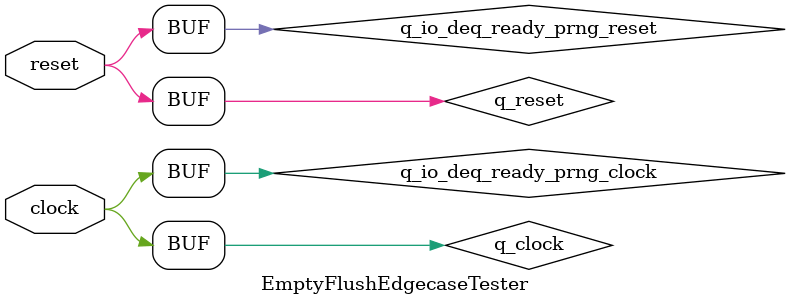
<source format=v>
module Queue(
  input        clock,
  input        reset,
  output       io_enq_ready,
  input        io_enq_valid,
  input  [1:0] io_enq_bits,
  input        io_deq_ready,
  output       io_deq_valid,
  output [1:0] io_deq_bits,
  output [1:0] io_count,
  input        io_flush
);
`ifdef RANDOMIZE_MEM_INIT
  reg [31:0] _RAND_0;
`endif // RANDOMIZE_MEM_INIT
`ifdef RANDOMIZE_REG_INIT
  reg [31:0] _RAND_1;
  reg [31:0] _RAND_2;
  reg [31:0] _RAND_3;
`endif // RANDOMIZE_REG_INIT
  reg [1:0] ram [0:1]; // @[Decoupled.scala 259:95]
  wire  ram_io_deq_bits_MPORT_en; // @[Decoupled.scala 259:95]
  wire  ram_io_deq_bits_MPORT_addr; // @[Decoupled.scala 259:95]
  wire [1:0] ram_io_deq_bits_MPORT_data; // @[Decoupled.scala 259:95]
  wire [1:0] ram_MPORT_data; // @[Decoupled.scala 259:95]
  wire  ram_MPORT_addr; // @[Decoupled.scala 259:95]
  wire  ram_MPORT_mask; // @[Decoupled.scala 259:95]
  wire  ram_MPORT_en; // @[Decoupled.scala 259:95]
  reg  enq_ptr_value; // @[Counter.scala 62:40]
  reg  deq_ptr_value; // @[Counter.scala 62:40]
  reg  maybe_full; // @[Decoupled.scala 262:27]
  wire  ptr_match = enq_ptr_value == deq_ptr_value; // @[Decoupled.scala 263:33]
  wire  empty = ptr_match & ~maybe_full; // @[Decoupled.scala 264:25]
  wire  full = ptr_match & maybe_full; // @[Decoupled.scala 265:24]
  wire  do_enq = io_enq_ready & io_enq_valid; // @[Decoupled.scala 50:35]
  wire  do_deq = io_deq_ready & io_deq_valid; // @[Decoupled.scala 50:35]
  wire  ptr_diff = enq_ptr_value - deq_ptr_value; // @[Decoupled.scala 312:32]
  wire [1:0] _io_count_T_1 = maybe_full & ptr_match ? 2'h2 : 2'h0; // @[Decoupled.scala 315:20]
  wire [1:0] _GEN_11 = {{1'd0}, ptr_diff}; // @[Decoupled.scala 315:62]
  assign ram_io_deq_bits_MPORT_en = 1'h1;
  assign ram_io_deq_bits_MPORT_addr = deq_ptr_value;
  assign ram_io_deq_bits_MPORT_data = ram[ram_io_deq_bits_MPORT_addr]; // @[Decoupled.scala 259:95]
  assign ram_MPORT_data = io_enq_bits;
  assign ram_MPORT_addr = enq_ptr_value;
  assign ram_MPORT_mask = 1'h1;
  assign ram_MPORT_en = io_enq_ready & io_enq_valid;
  assign io_enq_ready = ~full; // @[Decoupled.scala 289:19]
  assign io_deq_valid = ~empty; // @[Decoupled.scala 288:19]
  assign io_deq_bits = ram_io_deq_bits_MPORT_data; // @[Decoupled.scala 296:17]
  assign io_count = _io_count_T_1 | _GEN_11; // @[Decoupled.scala 315:62]
  always @(posedge clock) begin
    if (ram_MPORT_en & ram_MPORT_mask) begin
      ram[ram_MPORT_addr] <= ram_MPORT_data; // @[Decoupled.scala 259:95]
    end
    if (reset) begin // @[Counter.scala 62:40]
      enq_ptr_value <= 1'h0; // @[Counter.scala 62:40]
    end else if (io_flush) begin // @[Decoupled.scala 282:15]
      enq_ptr_value <= 1'h0; // @[Counter.scala 99:11]
    end else if (do_enq) begin // @[Decoupled.scala 272:16]
      enq_ptr_value <= enq_ptr_value + 1'h1; // @[Counter.scala 78:15]
    end
    if (reset) begin // @[Counter.scala 62:40]
      deq_ptr_value <= 1'h0; // @[Counter.scala 62:40]
    end else if (io_flush) begin // @[Decoupled.scala 282:15]
      deq_ptr_value <= 1'h0; // @[Counter.scala 99:11]
    end else if (do_deq) begin // @[Decoupled.scala 276:16]
      deq_ptr_value <= deq_ptr_value + 1'h1; // @[Counter.scala 78:15]
    end
    if (reset) begin // @[Decoupled.scala 262:27]
      maybe_full <= 1'h0; // @[Decoupled.scala 262:27]
    end else if (io_flush) begin // @[Decoupled.scala 282:15]
      maybe_full <= 1'h0; // @[Decoupled.scala 285:16]
    end else if (do_enq != do_deq) begin // @[Decoupled.scala 279:27]
      maybe_full <= do_enq; // @[Decoupled.scala 280:16]
    end
  end
// Register and memory initialization
`ifdef RANDOMIZE_GARBAGE_ASSIGN
`define RANDOMIZE
`endif
`ifdef RANDOMIZE_INVALID_ASSIGN
`define RANDOMIZE
`endif
`ifdef RANDOMIZE_REG_INIT
`define RANDOMIZE
`endif
`ifdef RANDOMIZE_MEM_INIT
`define RANDOMIZE
`endif
`ifndef RANDOM
`define RANDOM $random
`endif
`ifdef RANDOMIZE_MEM_INIT
  integer initvar;
`endif
`ifndef SYNTHESIS
`ifdef FIRRTL_BEFORE_INITIAL
`FIRRTL_BEFORE_INITIAL
`endif
initial begin
  `ifdef RANDOMIZE
    `ifdef INIT_RANDOM
      `INIT_RANDOM
    `endif
    `ifndef VERILATOR
      `ifdef RANDOMIZE_DELAY
        #`RANDOMIZE_DELAY begin end
      `else
        #0.002 begin end
      `endif
    `endif
`ifdef RANDOMIZE_MEM_INIT
  _RAND_0 = {1{`RANDOM}};
  for (initvar = 0; initvar < 2; initvar = initvar+1)
    ram[initvar] = _RAND_0[1:0];
`endif // RANDOMIZE_MEM_INIT
`ifdef RANDOMIZE_REG_INIT
  _RAND_1 = {1{`RANDOM}};
  enq_ptr_value = _RAND_1[0:0];
  _RAND_2 = {1{`RANDOM}};
  deq_ptr_value = _RAND_2[0:0];
  _RAND_3 = {1{`RANDOM}};
  maybe_full = _RAND_3[0:0];
`endif // RANDOMIZE_REG_INIT
  `endif // RANDOMIZE
end // initial
`ifdef FIRRTL_AFTER_INITIAL
`FIRRTL_AFTER_INITIAL
`endif
`endif // SYNTHESIS
endmodule
module MaxPeriodFibonacciLFSR(
  input   clock,
  input   reset,
  output  io_out_0,
  output  io_out_1,
  output  io_out_2,
  output  io_out_3,
  output  io_out_4,
  output  io_out_5,
  output  io_out_6,
  output  io_out_7,
  output  io_out_8,
  output  io_out_9,
  output  io_out_10,
  output  io_out_11,
  output  io_out_12,
  output  io_out_13,
  output  io_out_14,
  output  io_out_15
);
`ifdef RANDOMIZE_REG_INIT
  reg [31:0] _RAND_0;
  reg [31:0] _RAND_1;
  reg [31:0] _RAND_2;
  reg [31:0] _RAND_3;
  reg [31:0] _RAND_4;
  reg [31:0] _RAND_5;
  reg [31:0] _RAND_6;
  reg [31:0] _RAND_7;
  reg [31:0] _RAND_8;
  reg [31:0] _RAND_9;
  reg [31:0] _RAND_10;
  reg [31:0] _RAND_11;
  reg [31:0] _RAND_12;
  reg [31:0] _RAND_13;
  reg [31:0] _RAND_14;
  reg [31:0] _RAND_15;
`endif // RANDOMIZE_REG_INIT
  reg  state_0; // @[PRNG.scala 55:49]
  reg  state_1; // @[PRNG.scala 55:49]
  reg  state_2; // @[PRNG.scala 55:49]
  reg  state_3; // @[PRNG.scala 55:49]
  reg  state_4; // @[PRNG.scala 55:49]
  reg  state_5; // @[PRNG.scala 55:49]
  reg  state_6; // @[PRNG.scala 55:49]
  reg  state_7; // @[PRNG.scala 55:49]
  reg  state_8; // @[PRNG.scala 55:49]
  reg  state_9; // @[PRNG.scala 55:49]
  reg  state_10; // @[PRNG.scala 55:49]
  reg  state_11; // @[PRNG.scala 55:49]
  reg  state_12; // @[PRNG.scala 55:49]
  reg  state_13; // @[PRNG.scala 55:49]
  reg  state_14; // @[PRNG.scala 55:49]
  reg  state_15; // @[PRNG.scala 55:49]
  wire  _T_2 = state_15 ^ state_13 ^ state_12 ^ state_10; // @[LFSR.scala 15:41]
  assign io_out_0 = state_0; // @[PRNG.scala 78:10]
  assign io_out_1 = state_1; // @[PRNG.scala 78:10]
  assign io_out_2 = state_2; // @[PRNG.scala 78:10]
  assign io_out_3 = state_3; // @[PRNG.scala 78:10]
  assign io_out_4 = state_4; // @[PRNG.scala 78:10]
  assign io_out_5 = state_5; // @[PRNG.scala 78:10]
  assign io_out_6 = state_6; // @[PRNG.scala 78:10]
  assign io_out_7 = state_7; // @[PRNG.scala 78:10]
  assign io_out_8 = state_8; // @[PRNG.scala 78:10]
  assign io_out_9 = state_9; // @[PRNG.scala 78:10]
  assign io_out_10 = state_10; // @[PRNG.scala 78:10]
  assign io_out_11 = state_11; // @[PRNG.scala 78:10]
  assign io_out_12 = state_12; // @[PRNG.scala 78:10]
  assign io_out_13 = state_13; // @[PRNG.scala 78:10]
  assign io_out_14 = state_14; // @[PRNG.scala 78:10]
  assign io_out_15 = state_15; // @[PRNG.scala 78:10]
  always @(posedge clock) begin
    state_0 <= reset | _T_2; // @[PRNG.scala 55:{49,49}]
    if (reset) begin // @[PRNG.scala 55:49]
      state_1 <= 1'h0; // @[PRNG.scala 55:49]
    end else begin
      state_1 <= state_0;
    end
    if (reset) begin // @[PRNG.scala 55:49]
      state_2 <= 1'h0; // @[PRNG.scala 55:49]
    end else begin
      state_2 <= state_1;
    end
    if (reset) begin // @[PRNG.scala 55:49]
      state_3 <= 1'h0; // @[PRNG.scala 55:49]
    end else begin
      state_3 <= state_2;
    end
    if (reset) begin // @[PRNG.scala 55:49]
      state_4 <= 1'h0; // @[PRNG.scala 55:49]
    end else begin
      state_4 <= state_3;
    end
    if (reset) begin // @[PRNG.scala 55:49]
      state_5 <= 1'h0; // @[PRNG.scala 55:49]
    end else begin
      state_5 <= state_4;
    end
    if (reset) begin // @[PRNG.scala 55:49]
      state_6 <= 1'h0; // @[PRNG.scala 55:49]
    end else begin
      state_6 <= state_5;
    end
    if (reset) begin // @[PRNG.scala 55:49]
      state_7 <= 1'h0; // @[PRNG.scala 55:49]
    end else begin
      state_7 <= state_6;
    end
    if (reset) begin // @[PRNG.scala 55:49]
      state_8 <= 1'h0; // @[PRNG.scala 55:49]
    end else begin
      state_8 <= state_7;
    end
    if (reset) begin // @[PRNG.scala 55:49]
      state_9 <= 1'h0; // @[PRNG.scala 55:49]
    end else begin
      state_9 <= state_8;
    end
    if (reset) begin // @[PRNG.scala 55:49]
      state_10 <= 1'h0; // @[PRNG.scala 55:49]
    end else begin
      state_10 <= state_9;
    end
    if (reset) begin // @[PRNG.scala 55:49]
      state_11 <= 1'h0; // @[PRNG.scala 55:49]
    end else begin
      state_11 <= state_10;
    end
    if (reset) begin // @[PRNG.scala 55:49]
      state_12 <= 1'h0; // @[PRNG.scala 55:49]
    end else begin
      state_12 <= state_11;
    end
    if (reset) begin // @[PRNG.scala 55:49]
      state_13 <= 1'h0; // @[PRNG.scala 55:49]
    end else begin
      state_13 <= state_12;
    end
    if (reset) begin // @[PRNG.scala 55:49]
      state_14 <= 1'h0; // @[PRNG.scala 55:49]
    end else begin
      state_14 <= state_13;
    end
    if (reset) begin // @[PRNG.scala 55:49]
      state_15 <= 1'h0; // @[PRNG.scala 55:49]
    end else begin
      state_15 <= state_14;
    end
  end
// Register and memory initialization
`ifdef RANDOMIZE_GARBAGE_ASSIGN
`define RANDOMIZE
`endif
`ifdef RANDOMIZE_INVALID_ASSIGN
`define RANDOMIZE
`endif
`ifdef RANDOMIZE_REG_INIT
`define RANDOMIZE
`endif
`ifdef RANDOMIZE_MEM_INIT
`define RANDOMIZE
`endif
`ifndef RANDOM
`define RANDOM $random
`endif
`ifdef RANDOMIZE_MEM_INIT
  integer initvar;
`endif
`ifndef SYNTHESIS
`ifdef FIRRTL_BEFORE_INITIAL
`FIRRTL_BEFORE_INITIAL
`endif
initial begin
  `ifdef RANDOMIZE
    `ifdef INIT_RANDOM
      `INIT_RANDOM
    `endif
    `ifndef VERILATOR
      `ifdef RANDOMIZE_DELAY
        #`RANDOMIZE_DELAY begin end
      `else
        #0.002 begin end
      `endif
    `endif
`ifdef RANDOMIZE_REG_INIT
  _RAND_0 = {1{`RANDOM}};
  state_0 = _RAND_0[0:0];
  _RAND_1 = {1{`RANDOM}};
  state_1 = _RAND_1[0:0];
  _RAND_2 = {1{`RANDOM}};
  state_2 = _RAND_2[0:0];
  _RAND_3 = {1{`RANDOM}};
  state_3 = _RAND_3[0:0];
  _RAND_4 = {1{`RANDOM}};
  state_4 = _RAND_4[0:0];
  _RAND_5 = {1{`RANDOM}};
  state_5 = _RAND_5[0:0];
  _RAND_6 = {1{`RANDOM}};
  state_6 = _RAND_6[0:0];
  _RAND_7 = {1{`RANDOM}};
  state_7 = _RAND_7[0:0];
  _RAND_8 = {1{`RANDOM}};
  state_8 = _RAND_8[0:0];
  _RAND_9 = {1{`RANDOM}};
  state_9 = _RAND_9[0:0];
  _RAND_10 = {1{`RANDOM}};
  state_10 = _RAND_10[0:0];
  _RAND_11 = {1{`RANDOM}};
  state_11 = _RAND_11[0:0];
  _RAND_12 = {1{`RANDOM}};
  state_12 = _RAND_12[0:0];
  _RAND_13 = {1{`RANDOM}};
  state_13 = _RAND_13[0:0];
  _RAND_14 = {1{`RANDOM}};
  state_14 = _RAND_14[0:0];
  _RAND_15 = {1{`RANDOM}};
  state_15 = _RAND_15[0:0];
`endif // RANDOMIZE_REG_INIT
  `endif // RANDOMIZE
end // initial
`ifdef FIRRTL_AFTER_INITIAL
`FIRRTL_AFTER_INITIAL
`endif
`endif // SYNTHESIS
endmodule
module EmptyFlushEdgecaseTester(
  input   clock,
  input   reset
);
`ifdef RANDOMIZE_REG_INIT
  reg [31:0] _RAND_0;
  reg [31:0] _RAND_1;
  reg [31:0] _RAND_2;
  reg [31:0] _RAND_3;
`endif // RANDOMIZE_REG_INIT
  wire  q_clock; // @[QueueFlushSpec.scala 42:17]
  wire  q_reset; // @[QueueFlushSpec.scala 42:17]
  wire  q_io_enq_ready; // @[QueueFlushSpec.scala 42:17]
  wire  q_io_enq_valid; // @[QueueFlushSpec.scala 42:17]
  wire [1:0] q_io_enq_bits; // @[QueueFlushSpec.scala 42:17]
  wire  q_io_deq_ready; // @[QueueFlushSpec.scala 42:17]
  wire  q_io_deq_valid; // @[QueueFlushSpec.scala 42:17]
  wire [1:0] q_io_deq_bits; // @[QueueFlushSpec.scala 42:17]
  wire [1:0] q_io_count; // @[QueueFlushSpec.scala 42:17]
  wire  q_io_flush; // @[QueueFlushSpec.scala 42:17]
  wire  q_io_deq_ready_prng_clock; // @[PRNG.scala 91:22]
  wire  q_io_deq_ready_prng_reset; // @[PRNG.scala 91:22]
  wire  q_io_deq_ready_prng_io_out_0; // @[PRNG.scala 91:22]
  wire  q_io_deq_ready_prng_io_out_1; // @[PRNG.scala 91:22]
  wire  q_io_deq_ready_prng_io_out_2; // @[PRNG.scala 91:22]
  wire  q_io_deq_ready_prng_io_out_3; // @[PRNG.scala 91:22]
  wire  q_io_deq_ready_prng_io_out_4; // @[PRNG.scala 91:22]
  wire  q_io_deq_ready_prng_io_out_5; // @[PRNG.scala 91:22]
  wire  q_io_deq_ready_prng_io_out_6; // @[PRNG.scala 91:22]
  wire  q_io_deq_ready_prng_io_out_7; // @[PRNG.scala 91:22]
  wire  q_io_deq_ready_prng_io_out_8; // @[PRNG.scala 91:22]
  wire  q_io_deq_ready_prng_io_out_9; // @[PRNG.scala 91:22]
  wire  q_io_deq_ready_prng_io_out_10; // @[PRNG.scala 91:22]
  wire  q_io_deq_ready_prng_io_out_11; // @[PRNG.scala 91:22]
  wire  q_io_deq_ready_prng_io_out_12; // @[PRNG.scala 91:22]
  wire  q_io_deq_ready_prng_io_out_13; // @[PRNG.scala 91:22]
  wire  q_io_deq_ready_prng_io_out_14; // @[PRNG.scala 91:22]
  wire  q_io_deq_ready_prng_io_out_15; // @[PRNG.scala 91:22]
  reg [4:0] value; // @[Counter.scala 62:40]
  reg [4:0] outCnt; // @[QueueFlushSpec.scala 45:23]
  reg  flushRegister; // @[QueueFlushSpec.scala 49:30]
  wire  _q_io_enq_valid_T = value < 5'h14; // @[QueueFlushSpec.scala 51:34]
  wire [7:0] q_io_deq_ready_lo = {q_io_deq_ready_prng_io_out_7,q_io_deq_ready_prng_io_out_6,q_io_deq_ready_prng_io_out_5
    ,q_io_deq_ready_prng_io_out_4,q_io_deq_ready_prng_io_out_3,q_io_deq_ready_prng_io_out_2,q_io_deq_ready_prng_io_out_1
    ,q_io_deq_ready_prng_io_out_0}; // @[PRNG.scala 95:17]
  wire [15:0] _q_io_deq_ready_T = {q_io_deq_ready_prng_io_out_15,q_io_deq_ready_prng_io_out_14,
    q_io_deq_ready_prng_io_out_13,q_io_deq_ready_prng_io_out_12,q_io_deq_ready_prng_io_out_11,
    q_io_deq_ready_prng_io_out_10,q_io_deq_ready_prng_io_out_9,q_io_deq_ready_prng_io_out_8,q_io_deq_ready_lo}; // @[PRNG.scala 95:17]
  wire [1:0] _GEN_1 = 5'h1 == value ? 2'h0 : 2'h3; // @[QueueFlushSpec.scala 54:{17,17}]
  wire [1:0] _GEN_2 = 5'h2 == value ? 2'h0 : _GEN_1; // @[QueueFlushSpec.scala 54:{17,17}]
  wire [1:0] _GEN_3 = 5'h3 == value ? 2'h1 : _GEN_2; // @[QueueFlushSpec.scala 54:{17,17}]
  wire [1:0] _GEN_4 = 5'h4 == value ? 2'h1 : _GEN_3; // @[QueueFlushSpec.scala 54:{17,17}]
  wire [1:0] _GEN_5 = 5'h5 == value ? 2'h1 : _GEN_4; // @[QueueFlushSpec.scala 54:{17,17}]
  wire [1:0] _GEN_6 = 5'h6 == value ? 2'h0 : _GEN_5; // @[QueueFlushSpec.scala 54:{17,17}]
  wire [1:0] _GEN_7 = 5'h7 == value ? 2'h3 : _GEN_6; // @[QueueFlushSpec.scala 54:{17,17}]
  wire [1:0] _GEN_8 = 5'h8 == value ? 2'h0 : _GEN_7; // @[QueueFlushSpec.scala 54:{17,17}]
  wire [1:0] _GEN_9 = 5'h9 == value ? 2'h1 : _GEN_8; // @[QueueFlushSpec.scala 54:{17,17}]
  wire [1:0] _GEN_10 = 5'ha == value ? 2'h0 : _GEN_9; // @[QueueFlushSpec.scala 54:{17,17}]
  wire [1:0] _GEN_11 = 5'hb == value ? 2'h1 : _GEN_10; // @[QueueFlushSpec.scala 54:{17,17}]
  wire [1:0] _GEN_12 = 5'hc == value ? 2'h0 : _GEN_11; // @[QueueFlushSpec.scala 54:{17,17}]
  wire [1:0] _GEN_13 = 5'hd == value ? 2'h0 : _GEN_12; // @[QueueFlushSpec.scala 54:{17,17}]
  wire [1:0] _GEN_14 = 5'he == value ? 2'h0 : _GEN_13; // @[QueueFlushSpec.scala 54:{17,17}]
  wire [1:0] _GEN_15 = 5'hf == value ? 2'h0 : _GEN_14; // @[QueueFlushSpec.scala 54:{17,17}]
  wire [1:0] _GEN_16 = 5'h10 == value ? 2'h3 : _GEN_15; // @[QueueFlushSpec.scala 54:{17,17}]
  wire [1:0] _GEN_17 = 5'h11 == value ? 2'h0 : _GEN_16; // @[QueueFlushSpec.scala 54:{17,17}]
  wire [1:0] _GEN_18 = 5'h12 == value ? 2'h3 : _GEN_17; // @[QueueFlushSpec.scala 54:{17,17}]
  wire  _T = q_io_enq_ready & q_io_enq_valid; // @[Decoupled.scala 50:35]
  wire  wrap = value == 5'h14; // @[Counter.scala 74:24]
  wire [4:0] _value_T_1 = value + 5'h1; // @[Counter.scala 78:24]
  wire  _T_1 = q_io_deq_ready & q_io_deq_valid; // @[Decoupled.scala 50:35]
  wire  _T_4 = ~reset; // @[QueueFlushSpec.scala 60:11]
  reg [4:0] value_1; // @[Counter.scala 62:40]
  wire  wrap_1 = value_1 == 5'h14; // @[Counter.scala 74:24]
  wire [4:0] _value_T_3 = value_1 + 5'h1; // @[Counter.scala 78:24]
  wire  flush = value_1 == 5'h0 & value == 5'h0; // @[QueueFlushSpec.scala 119:40]
  wire [1:0] _GEN_25 = 5'h1 == outCnt ? 2'h0 : 2'h3; // @[QueueFlushSpec.scala 123:{26,26}]
  wire [1:0] _GEN_26 = 5'h2 == outCnt ? 2'h0 : _GEN_25; // @[QueueFlushSpec.scala 123:{26,26}]
  wire [1:0] _GEN_27 = 5'h3 == outCnt ? 2'h1 : _GEN_26; // @[QueueFlushSpec.scala 123:{26,26}]
  wire [1:0] _GEN_28 = 5'h4 == outCnt ? 2'h1 : _GEN_27; // @[QueueFlushSpec.scala 123:{26,26}]
  wire [1:0] _GEN_29 = 5'h5 == outCnt ? 2'h1 : _GEN_28; // @[QueueFlushSpec.scala 123:{26,26}]
  wire [1:0] _GEN_30 = 5'h6 == outCnt ? 2'h0 : _GEN_29; // @[QueueFlushSpec.scala 123:{26,26}]
  wire [1:0] _GEN_31 = 5'h7 == outCnt ? 2'h3 : _GEN_30; // @[QueueFlushSpec.scala 123:{26,26}]
  wire [1:0] _GEN_32 = 5'h8 == outCnt ? 2'h0 : _GEN_31; // @[QueueFlushSpec.scala 123:{26,26}]
  wire [1:0] _GEN_33 = 5'h9 == outCnt ? 2'h1 : _GEN_32; // @[QueueFlushSpec.scala 123:{26,26}]
  wire [1:0] _GEN_34 = 5'ha == outCnt ? 2'h0 : _GEN_33; // @[QueueFlushSpec.scala 123:{26,26}]
  wire [1:0] _GEN_35 = 5'hb == outCnt ? 2'h1 : _GEN_34; // @[QueueFlushSpec.scala 123:{26,26}]
  wire [1:0] _GEN_36 = 5'hc == outCnt ? 2'h0 : _GEN_35; // @[QueueFlushSpec.scala 123:{26,26}]
  wire [1:0] _GEN_37 = 5'hd == outCnt ? 2'h0 : _GEN_36; // @[QueueFlushSpec.scala 123:{26,26}]
  wire [1:0] _GEN_38 = 5'he == outCnt ? 2'h0 : _GEN_37; // @[QueueFlushSpec.scala 123:{26,26}]
  wire [1:0] _GEN_39 = 5'hf == outCnt ? 2'h0 : _GEN_38; // @[QueueFlushSpec.scala 123:{26,26}]
  wire [1:0] _GEN_40 = 5'h10 == outCnt ? 2'h3 : _GEN_39; // @[QueueFlushSpec.scala 123:{26,26}]
  wire [1:0] _GEN_41 = 5'h11 == outCnt ? 2'h0 : _GEN_40; // @[QueueFlushSpec.scala 123:{26,26}]
  wire [1:0] _GEN_42 = 5'h12 == outCnt ? 2'h3 : _GEN_41; // @[QueueFlushSpec.scala 123:{26,26}]
  wire [1:0] _GEN_43 = 5'h13 == outCnt ? 2'h2 : _GEN_42; // @[QueueFlushSpec.scala 123:{26,26}]
  wire [4:0] _outCnt_T_1 = outCnt + 5'h1; // @[QueueFlushSpec.scala 124:22]
  wire  _GEN_45 = _T_1 & ~reset; // @[QueueFlushSpec.scala 60:11]
  wire  _GEN_48 = flushRegister & _T_4; // @[QueueFlushSpec.scala 64:11]
  Queue q ( // @[QueueFlushSpec.scala 42:17]
    .clock(q_clock),
    .reset(q_reset),
    .io_enq_ready(q_io_enq_ready),
    .io_enq_valid(q_io_enq_valid),
    .io_enq_bits(q_io_enq_bits),
    .io_deq_ready(q_io_deq_ready),
    .io_deq_valid(q_io_deq_valid),
    .io_deq_bits(q_io_deq_bits),
    .io_count(q_io_count),
    .io_flush(q_io_flush)
  );
  MaxPeriodFibonacciLFSR q_io_deq_ready_prng ( // @[PRNG.scala 91:22]
    .clock(q_io_deq_ready_prng_clock),
    .reset(q_io_deq_ready_prng_reset),
    .io_out_0(q_io_deq_ready_prng_io_out_0),
    .io_out_1(q_io_deq_ready_prng_io_out_1),
    .io_out_2(q_io_deq_ready_prng_io_out_2),
    .io_out_3(q_io_deq_ready_prng_io_out_3),
    .io_out_4(q_io_deq_ready_prng_io_out_4),
    .io_out_5(q_io_deq_ready_prng_io_out_5),
    .io_out_6(q_io_deq_ready_prng_io_out_6),
    .io_out_7(q_io_deq_ready_prng_io_out_7),
    .io_out_8(q_io_deq_ready_prng_io_out_8),
    .io_out_9(q_io_deq_ready_prng_io_out_9),
    .io_out_10(q_io_deq_ready_prng_io_out_10),
    .io_out_11(q_io_deq_ready_prng_io_out_11),
    .io_out_12(q_io_deq_ready_prng_io_out_12),
    .io_out_13(q_io_deq_ready_prng_io_out_13),
    .io_out_14(q_io_deq_ready_prng_io_out_14),
    .io_out_15(q_io_deq_ready_prng_io_out_15)
  );
  assign q_clock = clock;
  assign q_reset = reset;
  assign q_io_enq_valid = _q_io_enq_valid_T & ~flush; // @[QueueFlushSpec.scala 120:55]
  assign q_io_enq_bits = 5'h13 == value ? 2'h2 : _GEN_18; // @[QueueFlushSpec.scala 54:{17,17}]
  assign q_io_deq_ready = _q_io_deq_ready_T[3]; // @[QueueFlushSpec.scala 52:29]
  assign q_io_flush = value_1 == 5'h0 & value == 5'h0; // @[QueueFlushSpec.scala 119:40]
  assign q_io_deq_ready_prng_clock = clock;
  assign q_io_deq_ready_prng_reset = reset;
  always @(posedge clock) begin
    if (reset) begin // @[Counter.scala 62:40]
      value <= 5'h0; // @[Counter.scala 62:40]
    end else if (_T) begin // @[QueueFlushSpec.scala 55:23]
      if (wrap) begin // @[Counter.scala 88:20]
        value <= 5'h0; // @[Counter.scala 88:28]
      end else begin
        value <= _value_T_1; // @[Counter.scala 78:15]
      end
    end
    if (reset) begin // @[QueueFlushSpec.scala 45:23]
      outCnt <= 5'h0; // @[QueueFlushSpec.scala 45:23]
    end else if (_T_1) begin // @[QueueFlushSpec.scala 122:23]
      outCnt <= _outCnt_T_1; // @[QueueFlushSpec.scala 124:12]
    end
    if (reset) begin // @[QueueFlushSpec.scala 49:30]
      flushRegister <= 1'h0; // @[QueueFlushSpec.scala 49:30]
    end else begin
      flushRegister <= flush; // @[QueueFlushSpec.scala 49:30]
    end
    if (reset) begin // @[Counter.scala 62:40]
      value_1 <= 5'h0; // @[Counter.scala 62:40]
    end else if (wrap_1) begin // @[Counter.scala 88:20]
      value_1 <= 5'h0; // @[Counter.scala 88:28]
    end else begin
      value_1 <= _value_T_3; // @[Counter.scala 78:15]
    end
    `ifndef SYNTHESIS
    `ifdef STOP_COND
      if (`STOP_COND) begin
    `endif
        if (_T_1 & ~reset & ~(~flushRegister)) begin
          $fatal; // @[QueueFlushSpec.scala 60:11]
        end
    `ifdef STOP_COND
      end
    `endif
    `endif // SYNTHESIS
    `ifndef SYNTHESIS
    `ifdef PRINTF_COND
      if (`PRINTF_COND) begin
    `endif
        if (_T_1 & ~reset & ~(~flushRegister)) begin
          $fwrite(32'h80000002,
            "Assertion failed\n    at QueueFlushSpec.scala:60 assert(flushRegister === false.B) //check queue isn't flushed (can't dequeue an empty queue)\n"
            ); // @[QueueFlushSpec.scala 60:11]
        end
    `ifdef PRINTF_COND
      end
    `endif
    `endif // SYNTHESIS
    `ifndef SYNTHESIS
    `ifdef STOP_COND
      if (`STOP_COND) begin
    `endif
        if (flushRegister & _T_4 & ~(q_io_count == 2'h0)) begin
          $fatal; // @[QueueFlushSpec.scala 64:11]
        end
    `ifdef STOP_COND
      end
    `endif
    `endif // SYNTHESIS
    `ifndef SYNTHESIS
    `ifdef PRINTF_COND
      if (`PRINTF_COND) begin
    `endif
        if (flushRegister & _T_4 & ~(q_io_count == 2'h0)) begin
          $fwrite(32'h80000002,"Assertion failed\n    at QueueFlushSpec.scala:64 assert(q.io.count === 0.U)\n"); // @[QueueFlushSpec.scala 64:11]
        end
    `ifdef PRINTF_COND
      end
    `endif
    `endif // SYNTHESIS
    `ifndef SYNTHESIS
    `ifdef STOP_COND
      if (`STOP_COND) begin
    `endif
        if (_GEN_48 & ~(~q_io_deq_valid)) begin
          $fatal; // @[QueueFlushSpec.scala 65:11]
        end
    `ifdef STOP_COND
      end
    `endif
    `endif // SYNTHESIS
    `ifndef SYNTHESIS
    `ifdef PRINTF_COND
      if (`PRINTF_COND) begin
    `endif
        if (_GEN_48 & ~(~q_io_deq_valid)) begin
          $fwrite(32'h80000002,
            "Assertion failed: Expected to not be able to dequeue when flush is asserted the previous cycle\n    at QueueFlushSpec.scala:65 assert(!q.io.deq.valid, \"Expected to not be able to dequeue when flush is asserted the previous cycle\")\n"
            ); // @[QueueFlushSpec.scala 65:11]
        end
    `ifdef PRINTF_COND
      end
    `endif
    `endif // SYNTHESIS
    `ifndef SYNTHESIS
    `ifdef STOP_COND
      if (`STOP_COND) begin
    `endif
        if (_GEN_48 & ~q_io_enq_ready) begin
          $fatal; // @[QueueFlushSpec.scala 66:11]
        end
    `ifdef STOP_COND
      end
    `endif
    `endif // SYNTHESIS
    `ifndef SYNTHESIS
    `ifdef PRINTF_COND
      if (`PRINTF_COND) begin
    `endif
        if (_GEN_48 & ~q_io_enq_ready) begin
          $fwrite(32'h80000002,
            "Assertion failed: Expected enqueue to be ready when flush was asserted the previous cycle because queue should be empty\n    at QueueFlushSpec.scala:66 assert(\n"
            ); // @[QueueFlushSpec.scala 66:11]
        end
    `ifdef PRINTF_COND
      end
    `endif
    `endif // SYNTHESIS
    `ifndef SYNTHESIS
    `ifdef STOP_COND
      if (`STOP_COND) begin
    `endif
        if (wrap & _T_4) begin
          $finish; // @[QueueFlushSpec.scala 72:9]
        end
    `ifdef STOP_COND
      end
    `endif
    `endif // SYNTHESIS
    `ifndef SYNTHESIS
    `ifdef STOP_COND
      if (`STOP_COND) begin
    `endif
        if (_GEN_45 & ~(_GEN_43 == q_io_deq_bits)) begin
          $fatal; // @[QueueFlushSpec.scala 123:11]
        end
    `ifdef STOP_COND
      end
    `endif
    `endif // SYNTHESIS
    `ifndef SYNTHESIS
    `ifdef PRINTF_COND
      if (`PRINTF_COND) begin
    `endif
        if (_GEN_45 & ~(_GEN_43 == q_io_deq_bits)) begin
          $fwrite(32'h80000002,
            "Assertion failed\n    at QueueFlushSpec.scala:123 assert(elems(outCnt) === q.io.deq.bits)\n"); // @[QueueFlushSpec.scala 123:11]
        end
    `ifdef PRINTF_COND
      end
    `endif
    `endif // SYNTHESIS
  end
// Register and memory initialization
`ifdef RANDOMIZE_GARBAGE_ASSIGN
`define RANDOMIZE
`endif
`ifdef RANDOMIZE_INVALID_ASSIGN
`define RANDOMIZE
`endif
`ifdef RANDOMIZE_REG_INIT
`define RANDOMIZE
`endif
`ifdef RANDOMIZE_MEM_INIT
`define RANDOMIZE
`endif
`ifndef RANDOM
`define RANDOM $random
`endif
`ifdef RANDOMIZE_MEM_INIT
  integer initvar;
`endif
`ifndef SYNTHESIS
`ifdef FIRRTL_BEFORE_INITIAL
`FIRRTL_BEFORE_INITIAL
`endif
initial begin
  `ifdef RANDOMIZE
    `ifdef INIT_RANDOM
      `INIT_RANDOM
    `endif
    `ifndef VERILATOR
      `ifdef RANDOMIZE_DELAY
        #`RANDOMIZE_DELAY begin end
      `else
        #0.002 begin end
      `endif
    `endif
`ifdef RANDOMIZE_REG_INIT
  _RAND_0 = {1{`RANDOM}};
  value = _RAND_0[4:0];
  _RAND_1 = {1{`RANDOM}};
  outCnt = _RAND_1[4:0];
  _RAND_2 = {1{`RANDOM}};
  flushRegister = _RAND_2[0:0];
  _RAND_3 = {1{`RANDOM}};
  value_1 = _RAND_3[4:0];
`endif // RANDOMIZE_REG_INIT
  `endif // RANDOMIZE
end // initial
`ifdef FIRRTL_AFTER_INITIAL
`FIRRTL_AFTER_INITIAL
`endif
`endif // SYNTHESIS
endmodule

</source>
